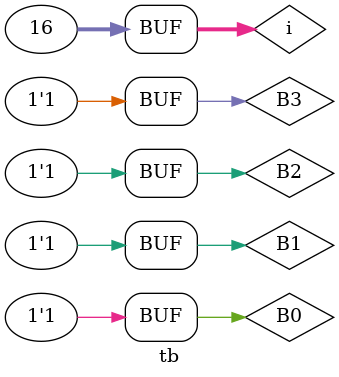
<source format=v>
module binary_gray(output g0, g1, g2, g3,
		   input b0, b1, b2, b3);

	assign g0 = b0^b1;
	assign g1 = b1^b2;
	assign g2 = b2^b3;
	assign g3 = b3;

endmodule

//testbench
module tb;
  wire G0, G1, G2, G3;
  reg B0, B1, B2, B3;
  integer i;

  binary_gray u1 (.b0(B0), .b1(B1), .b2(B2), .b3(B3), .g0(G0), .g1(G1), .g2(G2), .g3(G3));

initial 
	begin
		B0 <= 1'b0;
		B1 <= 1'b0;
		B2 <= 1'b0;
		B3 <= 1'b0;

		$monitor ("b0=%b, b1=%b, b2=%b, b3=%b, g0=%b, g1=%b, g2=%b, g3=%b", B0,B1,B2,B3,G0,G1,G2,G3);

		for(i=0; i<16; i=i+1)
			begin
				{B3,B2,B1,B0} = i;
				#10;
			end
	end
endmodule

</source>
